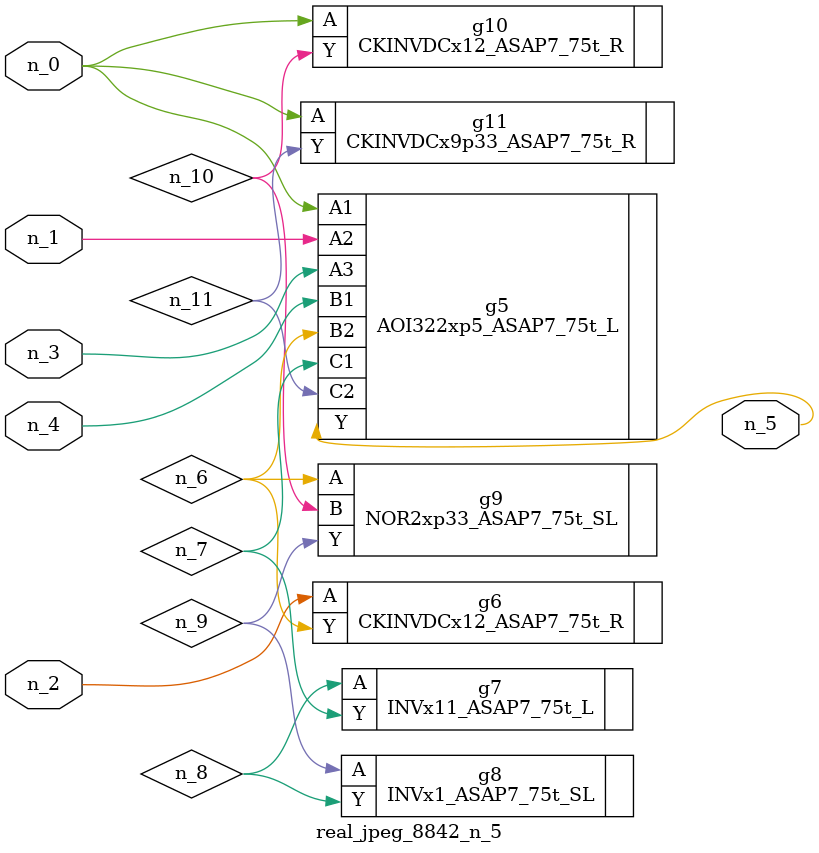
<source format=v>
module real_jpeg_8842_n_5 (n_4, n_0, n_1, n_2, n_3, n_5);

input n_4;
input n_0;
input n_1;
input n_2;
input n_3;

output n_5;

wire n_8;
wire n_11;
wire n_6;
wire n_7;
wire n_10;
wire n_9;

AOI322xp5_ASAP7_75t_L g5 ( 
.A1(n_0),
.A2(n_1),
.A3(n_3),
.B1(n_4),
.B2(n_6),
.C1(n_7),
.C2(n_11),
.Y(n_5)
);

CKINVDCx12_ASAP7_75t_R g10 ( 
.A(n_0),
.Y(n_10)
);

CKINVDCx9p33_ASAP7_75t_R g11 ( 
.A(n_0),
.Y(n_11)
);

CKINVDCx12_ASAP7_75t_R g6 ( 
.A(n_2),
.Y(n_6)
);

NOR2xp33_ASAP7_75t_SL g9 ( 
.A(n_6),
.B(n_10),
.Y(n_9)
);

INVx11_ASAP7_75t_L g7 ( 
.A(n_8),
.Y(n_7)
);

INVx1_ASAP7_75t_SL g8 ( 
.A(n_9),
.Y(n_8)
);


endmodule
</source>
